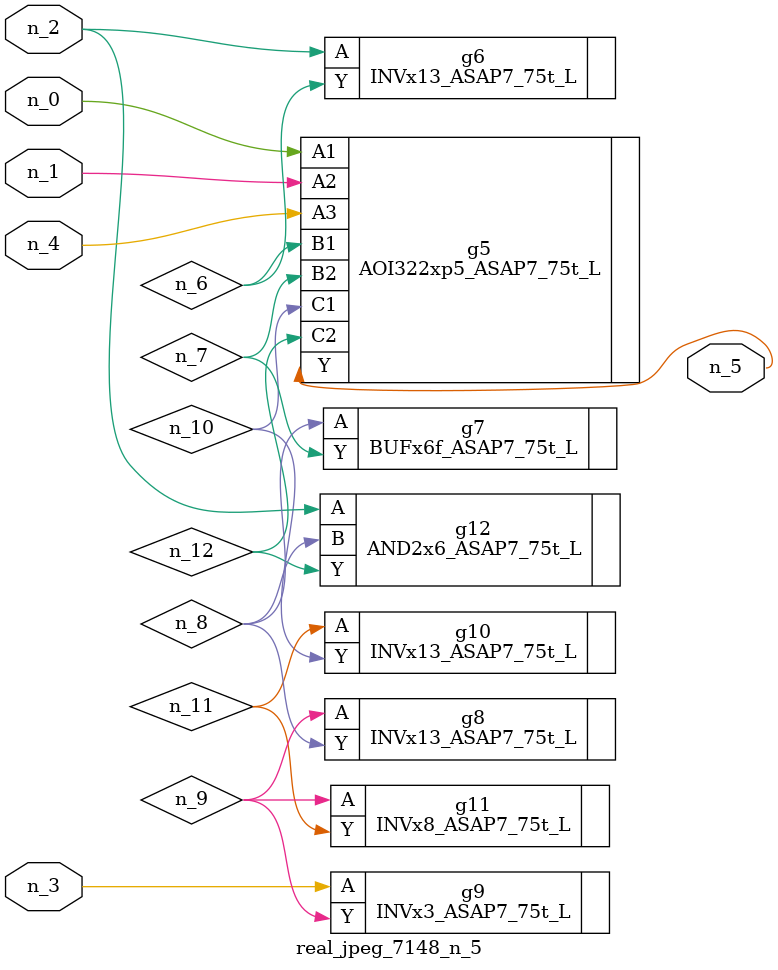
<source format=v>
module real_jpeg_7148_n_5 (n_4, n_0, n_1, n_2, n_3, n_5);

input n_4;
input n_0;
input n_1;
input n_2;
input n_3;

output n_5;

wire n_12;
wire n_8;
wire n_11;
wire n_6;
wire n_7;
wire n_10;
wire n_9;

AOI322xp5_ASAP7_75t_L g5 ( 
.A1(n_0),
.A2(n_1),
.A3(n_4),
.B1(n_6),
.B2(n_7),
.C1(n_10),
.C2(n_12),
.Y(n_5)
);

INVx13_ASAP7_75t_L g6 ( 
.A(n_2),
.Y(n_6)
);

AND2x6_ASAP7_75t_L g12 ( 
.A(n_2),
.B(n_8),
.Y(n_12)
);

INVx3_ASAP7_75t_L g9 ( 
.A(n_3),
.Y(n_9)
);

BUFx6f_ASAP7_75t_L g7 ( 
.A(n_8),
.Y(n_7)
);

INVx13_ASAP7_75t_L g8 ( 
.A(n_9),
.Y(n_8)
);

INVx8_ASAP7_75t_L g11 ( 
.A(n_9),
.Y(n_11)
);

INVx13_ASAP7_75t_L g10 ( 
.A(n_11),
.Y(n_10)
);


endmodule
</source>
